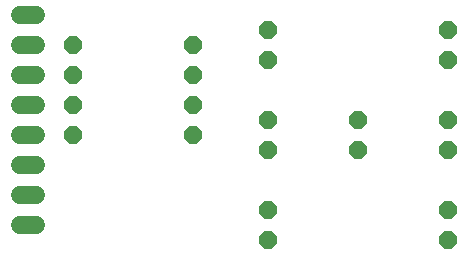
<source format=gbr>
G04 EAGLE Gerber X2 export*
G04 #@! %TF.Part,Single*
G04 #@! %TF.FileFunction,Soldermask,Top,1*
G04 #@! %TF.FilePolarity,Negative*
G04 #@! %TF.GenerationSoftware,Autodesk,EAGLE,9.0.0*
G04 #@! %TF.CreationDate,2019-08-08T19:07:24Z*
G75*
%MOMM*%
%FSLAX34Y34*%
%LPD*%
%AMOC8*
5,1,8,0,0,1.08239X$1,22.5*%
G01*
%ADD10C,1.524000*%
%ADD11P,1.649562X8X22.500000*%
%ADD12P,1.649562X8X112.500000*%


D10*
X95504Y228600D02*
X82296Y228600D01*
X82296Y203200D02*
X95504Y203200D01*
X95504Y177800D02*
X82296Y177800D01*
X82296Y152400D02*
X95504Y152400D01*
X95504Y127000D02*
X82296Y127000D01*
X82296Y101600D02*
X95504Y101600D01*
X95504Y76200D02*
X82296Y76200D01*
X82296Y50800D02*
X95504Y50800D01*
D11*
X127000Y203200D03*
X228600Y203200D03*
D12*
X292100Y190500D03*
X292100Y215900D03*
X292100Y114300D03*
X292100Y139700D03*
X292100Y38100D03*
X292100Y63500D03*
X368300Y114300D03*
X368300Y139700D03*
X444500Y190500D03*
X444500Y215900D03*
X444500Y114300D03*
X444500Y139700D03*
X444500Y38100D03*
X444500Y63500D03*
D11*
X127000Y177800D03*
X228600Y177800D03*
X127000Y152400D03*
X228600Y152400D03*
X127000Y127000D03*
X228600Y127000D03*
M02*

</source>
